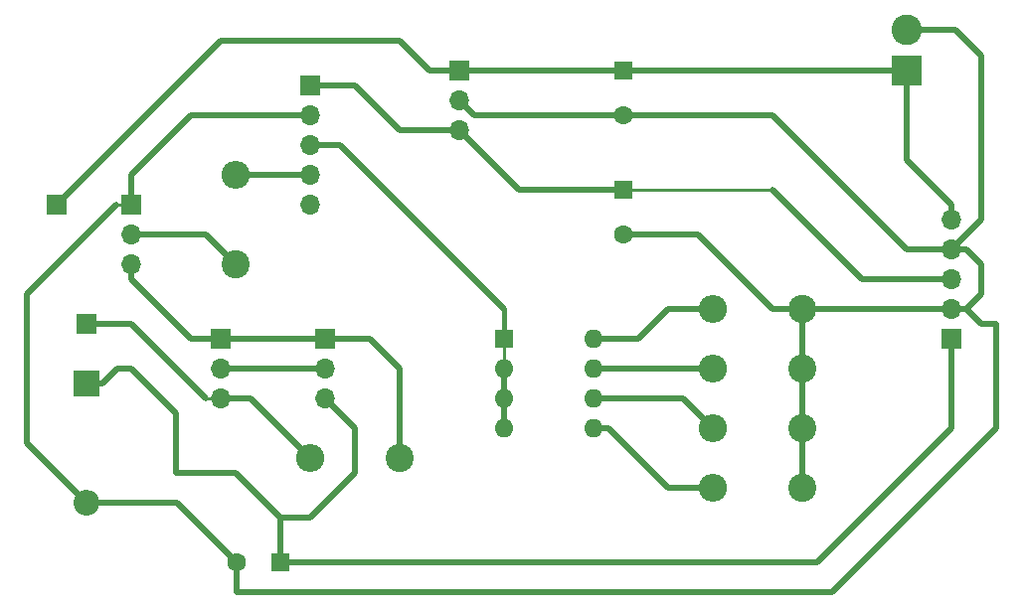
<source format=gbr>
G04 #@! TF.GenerationSoftware,KiCad,Pcbnew,5.0.0-fee4fd1~66~ubuntu18.04.1*
G04 #@! TF.CreationDate,2018-10-11T19:26:43-04:00*
G04 #@! TF.ProjectId,switcher,73776974636865722E6B696361645F70,rev?*
G04 #@! TF.SameCoordinates,Original*
G04 #@! TF.FileFunction,Copper,L1,Top,Signal*
G04 #@! TF.FilePolarity,Positive*
%FSLAX46Y46*%
G04 Gerber Fmt 4.6, Leading zero omitted, Abs format (unit mm)*
G04 Created by KiCad (PCBNEW 5.0.0-fee4fd1~66~ubuntu18.04.1) date Thu Oct 11 19:26:43 2018*
%MOMM*%
%LPD*%
G01*
G04 APERTURE LIST*
G04 #@! TA.AperFunction,ComponentPad*
%ADD10R,1.600000X1.600000*%
G04 #@! TD*
G04 #@! TA.AperFunction,ComponentPad*
%ADD11C,1.600000*%
G04 #@! TD*
G04 #@! TA.AperFunction,ComponentPad*
%ADD12R,2.200000X2.200000*%
G04 #@! TD*
G04 #@! TA.AperFunction,ComponentPad*
%ADD13O,2.200000X2.200000*%
G04 #@! TD*
G04 #@! TA.AperFunction,ComponentPad*
%ADD14O,1.700000X1.700000*%
G04 #@! TD*
G04 #@! TA.AperFunction,ComponentPad*
%ADD15R,1.700000X1.700000*%
G04 #@! TD*
G04 #@! TA.AperFunction,ComponentPad*
%ADD16R,2.600000X2.600000*%
G04 #@! TD*
G04 #@! TA.AperFunction,ComponentPad*
%ADD17C,2.600000*%
G04 #@! TD*
G04 #@! TA.AperFunction,ComponentPad*
%ADD18C,2.400000*%
G04 #@! TD*
G04 #@! TA.AperFunction,ComponentPad*
%ADD19O,2.400000X2.400000*%
G04 #@! TD*
G04 #@! TA.AperFunction,ComponentPad*
%ADD20O,1.600000X1.600000*%
G04 #@! TD*
G04 #@! TA.AperFunction,Conductor*
%ADD21C,0.500000*%
G04 #@! TD*
G04 #@! TA.AperFunction,Conductor*
%ADD22C,0.250000*%
G04 #@! TD*
G04 #@! TA.AperFunction,Conductor*
%ADD23C,0.400000*%
G04 #@! TD*
G04 APERTURE END LIST*
D10*
G04 #@! TO.P,C1,1*
G04 #@! TO.N,+VDC*
X69850000Y-49530000D03*
D11*
G04 #@! TO.P,C1,2*
G04 #@! TO.N,GND*
X69850000Y-53330000D03*
G04 #@! TD*
G04 #@! TO.P,C2,2*
G04 #@! TO.N,GND*
X69850000Y-63490000D03*
D10*
G04 #@! TO.P,C2,1*
G04 #@! TO.N,+3V3*
X69850000Y-59690000D03*
G04 #@! TD*
G04 #@! TO.P,C3,1*
G04 #@! TO.N,VDD-SWITCH*
X40640000Y-91440000D03*
D11*
G04 #@! TO.P,C3,2*
G04 #@! TO.N,GND*
X36840000Y-91440000D03*
G04 #@! TD*
D12*
G04 #@! TO.P,D1,1*
G04 #@! TO.N,VDD-SWITCH*
X24130000Y-76200000D03*
D13*
G04 #@! TO.P,D1,2*
G04 #@! TO.N,GND*
X24130000Y-86360000D03*
G04 #@! TD*
D14*
G04 #@! TO.P,J1,5*
G04 #@! TO.N,N/C*
X43180000Y-60960000D03*
G04 #@! TO.P,J1,4*
G04 #@! TO.N,Net-(J1-Pad4)*
X43180000Y-58420000D03*
G04 #@! TO.P,J1,3*
G04 #@! TO.N,Net-(J1-Pad3)*
X43180000Y-55880000D03*
G04 #@! TO.P,J1,2*
G04 #@! TO.N,GND*
X43180000Y-53340000D03*
D15*
G04 #@! TO.P,J1,1*
G04 #@! TO.N,+3V3*
X43180000Y-50800000D03*
G04 #@! TD*
D16*
G04 #@! TO.P,J2,1*
G04 #@! TO.N,+VDC*
X93980000Y-49530000D03*
D17*
G04 #@! TO.P,J2,2*
G04 #@! TO.N,GND*
X93980000Y-46030000D03*
G04 #@! TD*
D14*
G04 #@! TO.P,J3,3*
G04 #@! TO.N,+3V3*
X55880000Y-54610000D03*
G04 #@! TO.P,J3,2*
G04 #@! TO.N,GND*
X55880000Y-52070000D03*
D15*
G04 #@! TO.P,J3,1*
G04 #@! TO.N,+VDC*
X55880000Y-49530000D03*
G04 #@! TD*
G04 #@! TO.P,J4,1*
G04 #@! TO.N,VDD-SWITCH*
X97790000Y-72390000D03*
D14*
G04 #@! TO.P,J4,2*
G04 #@! TO.N,GND*
X97790000Y-69850000D03*
G04 #@! TO.P,J4,3*
G04 #@! TO.N,+3V3*
X97790000Y-67310000D03*
G04 #@! TO.P,J4,4*
G04 #@! TO.N,GND*
X97790000Y-64770000D03*
G04 #@! TO.P,J4,5*
G04 #@! TO.N,+VDC*
X97790000Y-62230000D03*
G04 #@! TD*
D15*
G04 #@! TO.P,MMBT2N3904,1*
G04 #@! TO.N,GND*
X27940000Y-60960000D03*
D14*
G04 #@! TO.P,MMBT2N3904,2*
G04 #@! TO.N,Net-(MMBT2N3904-Pad2)*
X27940000Y-63500000D03*
G04 #@! TO.P,MMBT2N3904,3*
G04 #@! TO.N,Net-(MMBT2N3904-Pad3)*
X27940000Y-66040000D03*
G04 #@! TD*
G04 #@! TO.P,Q1,3*
G04 #@! TO.N,VDD-SWITCH*
X44450000Y-77470000D03*
G04 #@! TO.P,Q1,2*
G04 #@! TO.N,Net-(Q1-Pad2)*
X44450000Y-74930000D03*
D15*
G04 #@! TO.P,Q1,1*
G04 #@! TO.N,Net-(MMBT2N3904-Pad3)*
X44450000Y-72390000D03*
G04 #@! TD*
G04 #@! TO.P,Q2,1*
G04 #@! TO.N,Net-(MMBT2N3904-Pad3)*
X35560000Y-72390000D03*
D14*
G04 #@! TO.P,Q2,2*
G04 #@! TO.N,Net-(Q1-Pad2)*
X35560000Y-74930000D03*
G04 #@! TO.P,Q2,3*
G04 #@! TO.N,+VDC*
X35560000Y-77470000D03*
G04 #@! TD*
D18*
G04 #@! TO.P,R1,1*
G04 #@! TO.N,GND*
X85090000Y-69850000D03*
D19*
G04 #@! TO.P,R1,2*
G04 #@! TO.N,Net-(R1-Pad2)*
X77470000Y-69850000D03*
G04 #@! TD*
G04 #@! TO.P,R2,2*
G04 #@! TO.N,Net-(R2-Pad2)*
X77470000Y-74930000D03*
D18*
G04 #@! TO.P,R2,1*
G04 #@! TO.N,GND*
X85090000Y-74930000D03*
G04 #@! TD*
G04 #@! TO.P,R3,1*
G04 #@! TO.N,GND*
X85090000Y-80010000D03*
D19*
G04 #@! TO.P,R3,2*
G04 #@! TO.N,Net-(R3-Pad2)*
X77470000Y-80010000D03*
G04 #@! TD*
G04 #@! TO.P,R4,2*
G04 #@! TO.N,Net-(R4-Pad2)*
X77470000Y-85090000D03*
D18*
G04 #@! TO.P,R4,1*
G04 #@! TO.N,GND*
X85090000Y-85090000D03*
G04 #@! TD*
D19*
G04 #@! TO.P,R5,2*
G04 #@! TO.N,Net-(J1-Pad4)*
X36830000Y-58420000D03*
D18*
G04 #@! TO.P,R5,1*
G04 #@! TO.N,Net-(MMBT2N3904-Pad2)*
X36830000Y-66040000D03*
G04 #@! TD*
G04 #@! TO.P,R6,1*
G04 #@! TO.N,Net-(MMBT2N3904-Pad3)*
X50800000Y-82550000D03*
D19*
G04 #@! TO.P,R6,2*
G04 #@! TO.N,+VDC*
X43180000Y-82550000D03*
G04 #@! TD*
D10*
G04 #@! TO.P,SW1,1*
G04 #@! TO.N,Net-(J1-Pad3)*
X59690000Y-72390000D03*
D20*
G04 #@! TO.P,SW1,5*
G04 #@! TO.N,Net-(R4-Pad2)*
X67310000Y-80010000D03*
G04 #@! TO.P,SW1,2*
G04 #@! TO.N,Net-(J1-Pad3)*
X59690000Y-74930000D03*
G04 #@! TO.P,SW1,6*
G04 #@! TO.N,Net-(R3-Pad2)*
X67310000Y-77470000D03*
G04 #@! TO.P,SW1,3*
G04 #@! TO.N,Net-(J1-Pad3)*
X59690000Y-77470000D03*
G04 #@! TO.P,SW1,7*
G04 #@! TO.N,Net-(R2-Pad2)*
X67310000Y-74930000D03*
G04 #@! TO.P,SW1,4*
G04 #@! TO.N,Net-(J1-Pad3)*
X59690000Y-80010000D03*
G04 #@! TO.P,SW1,8*
G04 #@! TO.N,Net-(R1-Pad2)*
X67310000Y-72390000D03*
G04 #@! TD*
D15*
G04 #@! TO.P,J5,1*
G04 #@! TO.N,+VDC*
X24130000Y-71120000D03*
G04 #@! TD*
G04 #@! TO.P,J6,1*
G04 #@! TO.N,+VDC*
X21590000Y-60960000D03*
G04 #@! TD*
D21*
G04 #@! TO.N,+VDC*
X55880000Y-49530000D02*
X69850000Y-49530000D01*
X69850000Y-49530000D02*
X93980000Y-49530000D01*
X38100000Y-77470000D02*
X43180000Y-82550000D01*
X27940000Y-71120000D02*
X24130000Y-71120000D01*
X34290000Y-77470000D02*
X27940000Y-71120000D01*
X21590000Y-60960000D02*
X35560000Y-46990000D01*
X35560000Y-46990000D02*
X50800000Y-46990000D01*
X53340000Y-49530000D02*
X55880000Y-49530000D01*
X50800000Y-46990000D02*
X53340000Y-49530000D01*
X97790000Y-62230000D02*
X97790000Y-60960000D01*
X93980000Y-57150000D02*
X93980000Y-49530000D01*
X97790000Y-60960000D02*
X93980000Y-57150000D01*
D22*
X35560000Y-77470000D02*
X34290000Y-77470000D01*
D21*
X35560000Y-77470000D02*
X38100000Y-77470000D01*
G04 #@! TO.N,GND*
X27940000Y-60960000D02*
X27940000Y-58420000D01*
X33020000Y-53340000D02*
X43180000Y-53340000D01*
X27940000Y-58420000D02*
X33020000Y-53340000D01*
D22*
X26670000Y-60960000D02*
X27940000Y-60960000D01*
D21*
X19050000Y-68580000D02*
X26670000Y-60960000D01*
X24130000Y-86360000D02*
X19050000Y-81280000D01*
X19050000Y-81280000D02*
X19050000Y-68580000D01*
X31760000Y-86360000D02*
X36840000Y-91440000D01*
X24130000Y-86360000D02*
X31760000Y-86360000D01*
X85090000Y-85090000D02*
X85090000Y-80010000D01*
X85090000Y-80010000D02*
X85090000Y-74930000D01*
X85090000Y-74930000D02*
X85090000Y-69850000D01*
X97790000Y-69850000D02*
X85090000Y-69850000D01*
X99060000Y-64770000D02*
X97790000Y-64770000D01*
X100330000Y-66040000D02*
X99060000Y-64770000D01*
X100330000Y-68580000D02*
X100330000Y-66040000D01*
X99060000Y-69850000D02*
X100330000Y-68580000D01*
X85090000Y-69850000D02*
X82550000Y-69850000D01*
X76190000Y-63490000D02*
X69850000Y-63490000D01*
X82550000Y-69850000D02*
X76190000Y-63490000D01*
X97790000Y-64770000D02*
X93980000Y-64770000D01*
X82540000Y-53330000D02*
X69850000Y-53330000D01*
X93980000Y-64770000D02*
X82540000Y-53330000D01*
X57140000Y-53330000D02*
X55880000Y-52070000D01*
X69850000Y-53330000D02*
X57140000Y-53330000D01*
X36840000Y-91440000D02*
X36840000Y-93990000D01*
D22*
X40275002Y-93990000D02*
X40285002Y-93980000D01*
D21*
X36840000Y-93990000D02*
X40275002Y-93990000D01*
X40285002Y-93980000D02*
X87630000Y-93980000D01*
X87630000Y-93980000D02*
X101600000Y-80010000D01*
X101600000Y-80010000D02*
X101600000Y-71120000D01*
X101600000Y-71120000D02*
X100330000Y-71120000D01*
X99060000Y-69850000D02*
X97790000Y-69850000D01*
X100330000Y-71120000D02*
X99060000Y-69850000D01*
X93980000Y-46030000D02*
X98100000Y-46030000D01*
X98100000Y-46030000D02*
X100330000Y-48260000D01*
X100330000Y-48260000D02*
X100330000Y-62230000D01*
X100330000Y-62230000D02*
X97790000Y-64770000D01*
G04 #@! TO.N,+3V3*
X97790000Y-67310000D02*
X90170000Y-67310000D01*
D22*
X82550000Y-59690000D02*
X69850000Y-59690000D01*
D21*
X90170000Y-67310000D02*
X82550000Y-59690000D01*
X60960000Y-59690000D02*
X55880000Y-54610000D01*
X69850000Y-59690000D02*
X60960000Y-59690000D01*
X55880000Y-54610000D02*
X50800000Y-54610000D01*
X46990000Y-50800000D02*
X43180000Y-50800000D01*
X50800000Y-54610000D02*
X46990000Y-50800000D01*
G04 #@! TO.N,VDD-SWITCH*
X25480000Y-76200000D02*
X26750000Y-74930000D01*
X24130000Y-76200000D02*
X25480000Y-76200000D01*
X26750000Y-74930000D02*
X27940000Y-74930000D01*
X27940000Y-74930000D02*
X31750000Y-78740000D01*
X31750000Y-78740000D02*
X31750000Y-83820000D01*
X31750000Y-83820000D02*
X36830000Y-83820000D01*
X40640000Y-87630000D02*
X40640000Y-91440000D01*
X36830000Y-83820000D02*
X40640000Y-87630000D01*
X97790000Y-80010000D02*
X97790000Y-72390000D01*
X40640000Y-91440000D02*
X86360000Y-91440000D01*
X86360000Y-91440000D02*
X97790000Y-80010000D01*
X40640000Y-87630000D02*
X43180000Y-87630000D01*
X43180000Y-87630000D02*
X46990000Y-83820000D01*
X46990000Y-83820000D02*
X46990000Y-80010000D01*
X46990000Y-80010000D02*
X44450000Y-77470000D01*
D22*
G04 #@! TO.N,Net-(J1-Pad3)*
X59690000Y-72390000D02*
X59690000Y-74930000D01*
D21*
X59690000Y-74930000D02*
X59690000Y-77470000D01*
X59690000Y-77470000D02*
X59690000Y-80010000D01*
D23*
X59690000Y-72390000D02*
X59690000Y-69850000D01*
D21*
X45720000Y-55880000D02*
X43180000Y-55880000D01*
X59690000Y-69850000D02*
X45720000Y-55880000D01*
G04 #@! TO.N,Net-(MMBT2N3904-Pad2)*
X34290000Y-63500000D02*
X36830000Y-66040000D01*
X27940000Y-63500000D02*
X34290000Y-63500000D01*
G04 #@! TO.N,Net-(MMBT2N3904-Pad3)*
X35560000Y-72390000D02*
X44450000Y-72390000D01*
X27940000Y-66040000D02*
X27940000Y-67310000D01*
X33020000Y-72390000D02*
X35560000Y-72390000D01*
X27940000Y-67310000D02*
X33020000Y-72390000D01*
X50800000Y-82550000D02*
X50800000Y-74930000D01*
X48260000Y-72390000D02*
X44450000Y-72390000D01*
X50800000Y-74930000D02*
X48260000Y-72390000D01*
G04 #@! TO.N,Net-(R1-Pad2)*
X67310000Y-72390000D02*
X71120000Y-72390000D01*
X71120000Y-72390000D02*
X73660000Y-69850000D01*
X73660000Y-69850000D02*
X77470000Y-69850000D01*
G04 #@! TO.N,Net-(R2-Pad2)*
X67310000Y-74930000D02*
X77470000Y-74930000D01*
G04 #@! TO.N,Net-(R3-Pad2)*
X74930000Y-77470000D02*
X77470000Y-80010000D01*
X67310000Y-77470000D02*
X74930000Y-77470000D01*
G04 #@! TO.N,Net-(R4-Pad2)*
X67310000Y-80010000D02*
X68580000Y-80010000D01*
X68580000Y-80010000D02*
X73660000Y-85090000D01*
X73660000Y-85090000D02*
X77470000Y-85090000D01*
G04 #@! TO.N,Net-(J1-Pad4)*
X36830000Y-58420000D02*
X43180000Y-58420000D01*
G04 #@! TO.N,Net-(Q1-Pad2)*
X35560000Y-74930000D02*
X44450000Y-74930000D01*
G04 #@! TD*
M02*

</source>
